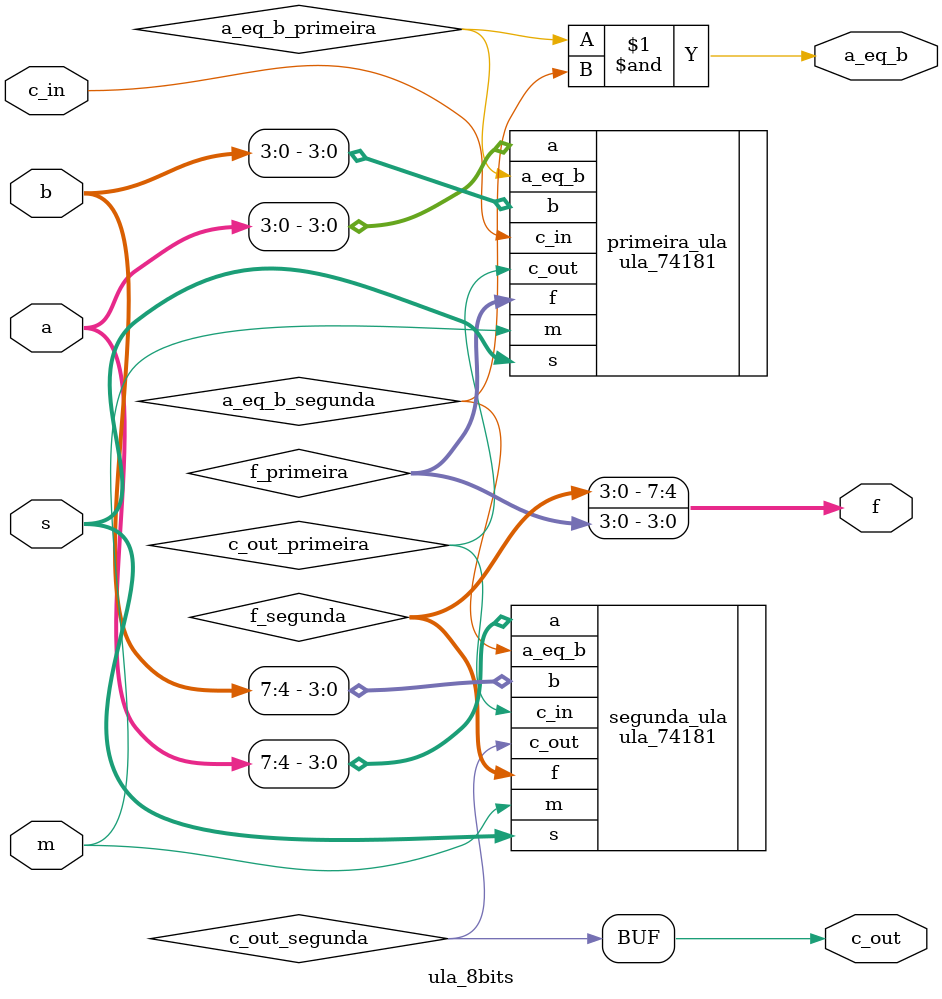
<source format=sv>
module ula_8bits(
    input logic[7:0] a, b, 
    input logic[3:0] s,
    input logic m, c_in,
    output logic[7:0] f,
    output logic a_eq_b, c_out
);

    logic[3:0] f_primeira, f_segunda;
    logic c_out_primeira, c_out_segunda;
    logic a_eq_b_primeira, a_eq_b_segunda;

    ula_74181 primeira_ula (
        .a(a[3:0]),
        .b(b[3:0]),
        .s(s),
        .m(m),
        .c_in(c_in),
        .f(f_primeira),
        .c_out(c_out_primeira),
        .a_eq_b(a_eq_b_primeira)
    );

    ula_74181 segunda_ula (
        .a(a[7:4]),
        .b(b[7:4]),
        .s(s),
        .m(m),
        .c_in(c_out_primeira),
        .f(f_segunda),
        .c_out(c_out_segunda),
        .a_eq_b(a_eq_b_segunda)
    );

    assign f = {f_segunda, f_primeira};
    assign c_out = c_out_segunda;
    assign a_eq_b = a_eq_b_primeira & a_eq_b_segunda;
endmodule
</source>
